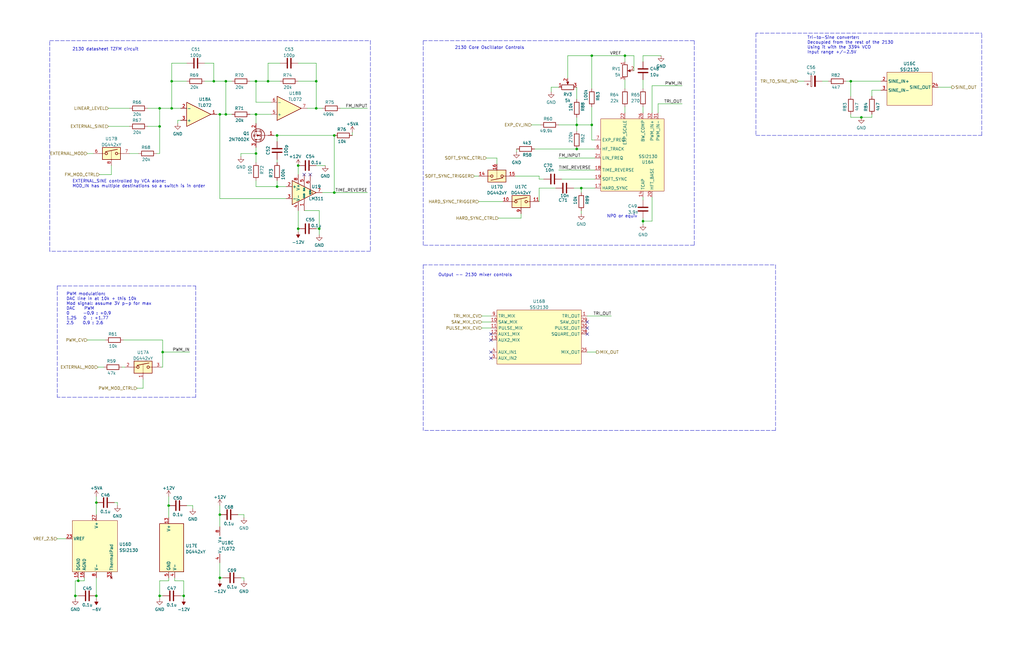
<source format=kicad_sch>
(kicad_sch (version 20211123) (generator eeschema)
  (paper "B")
  (title_block (title "Zoxnoxious SSI2130/AS3394") (rev "0.1") (company "Zoxnoxious Engineering"))
  (lib_symbols
    (symbol "Amplifier_Operational:TL072" (pin_names (offset 0.127))
      (property "Reference" "U" (at 0 5.08 0))
      (property "Value" "TL072" (at 0 -5.08 0))
      (symbol "TL072_1_1"
        (pin output line (at 7.62 0 180) (length 2.54) (name "~") (number "1"))
        (pin input line (at -7.62 -2.54 0) (length 2.54) (name "-") (number "2"))
        (pin input line (at -7.62 2.54 0) (length 2.54) (name "+") (number "3"))
      )
      (symbol "TL072_2_1"
        (pin input line (at -7.62 2.54 0) (length 2.54) (name "+") (number "5"))
        (pin input line (at -7.62 -2.54 0) (length 2.54) (name "-") (number "6"))
        (pin output line (at 7.62 0 180) (length 2.54) (name "~") (number "7"))
      )
      (symbol "TL072_3_1"
        (pin power_in line (at -2.54 -7.62 90) (length 3.81) (name "V-") (number "4"))
        (pin power_in line (at -2.54 7.62 270) (length 3.81) (name "V+") (number "8"))
      )
    )
    (symbol "Analog_Switch:DG442xY"
      (property "Reference" "U" (at -3.175 5.334 0))
      (property "Value" "DG442xY" (at -3.175 3.556 0))
      (symbol "DG442xY_1_1"
        (pin input line (at 0 -5.08 90) (length 2.54) (name "~") (number "1"))
        (pin passive line (at -7.62 0 0) (length 2.54) (name "~") (number "2"))
        (pin passive line (at 7.62 0 180) (length 2.54) (name "~") (number "3"))
      )
      (symbol "DG442xY_2_1"
        (pin passive line (at -7.62 0 0) (length 2.54) (name "~") (number "6"))
        (pin passive line (at 7.62 0 180) (length 2.54) (name "~") (number "7"))
        (pin input line (at 0 -5.08 90) (length 2.54) (name "~") (number "8"))
      )
      (symbol "DG442xY_3_1"
        (pin passive line (at -7.62 0 0) (length 2.54) (name "~") (number "10"))
        (pin passive line (at 7.62 0 180) (length 2.54) (name "~") (number "11"))
        (pin input line (at 0 -5.08 90) (length 2.54) (name "~") (number "9"))
      )
      (symbol "DG442xY_4_1"
        (pin passive line (at 7.62 0 180) (length 2.54) (name "~") (number "14"))
        (pin passive line (at -7.62 0 0) (length 2.54) (name "~") (number "15"))
        (pin input line (at 0 -5.08 90) (length 2.54) (name "~") (number "16"))
      )
      (symbol "DG442xY_5_0"
        (pin no_connect line (at 2.54 10.16 270) (length 2.54) hide (name "NC") (number "12"))
        (pin power_in line (at 0 12.7 270) (length 2.54) (name "V+") (number "13"))
        (pin power_in line (at 2.54 -12.7 90) (length 2.54) (name "V-") (number "4"))
        (pin power_in line (at 0 -12.7 90) (length 2.54) (name "GND") (number "5"))
      )
    )
    (symbol "Audio:SSI2130"
      (property "Reference" "U" (at 0 0 0))
      (property "Value" "SSI2130" (at 0 -2.54 0))
      (symbol "SSI2130_1_1"
        (pin input line (at 2.54 -19.05 90) (length 2.54) (name "TCAP") (number "14"))
        (pin input line (at -17.78 -15.24 0) (length 2.54) (name "HARD_SYNC") (number "17"))
        (pin input line (at -17.78 -7.62 0) (length 2.54) (name "TIME_REVERSE") (number "18"))
        (pin input line (at -17.78 -11.43 0) (length 2.54) (name "SOFT_SYNC") (number "19"))
        (pin input line (at 6.35 -19.05 90) (length 2.54) (name "HFT_BASE") (number "20"))
        (pin input line (at -17.78 -2.54 0) (length 2.54) (name "LIN_FREQ") (number "21"))
        (pin input line (at -5.08 16.51 270) (length 2.54) (name "EXP_SCALE") (number "22"))
        (pin output line (at 2.54 16.51 270) (length 2.54) (name "BW_COMP") (number "26"))
        (pin input line (at 8.89 16.51 270) (length 2.54) (name "PWM_IN-") (number "31"))
        (pin input line (at 6.35 16.51 270) (length 2.54) (name "PWM_IN+") (number "32"))
        (pin input line (at -17.78 1.27 0) (length 2.54) (name "HF_TRACK") (number "6"))
        (pin input line (at -17.78 5.08 0) (length 2.54) (name "EXP_FREQ") (number "7"))
      )
      (symbol "SSI2130_2_1"
        (pin output line (at 21.59 3.81 180) (length 2.54) (name "TRI_OUT") (number "1"))
        (pin input line (at -19.05 1.27 0) (length 2.54) (name "SAW_MIX") (number "10"))
        (pin input line (at -19.05 -1.27 0) (length 2.54) (name "PULSE_MIX") (number "11"))
        (pin input line (at -19.05 -3.81 0) (length 2.54) (name "AUX1_MIX") (number "12"))
        (pin input line (at -19.05 -6.35 0) (length 2.54) (name "AUX2_MIX") (number "13"))
        (pin output line (at 21.59 -11.43 180) (length 2.54) (name "MIX_OUT") (number "25"))
        (pin output line (at 21.59 -3.81 180) (length 2.54) (name "SQUARE_OUT") (number "28"))
        (pin output line (at 21.59 1.27 180) (length 2.54) (name "SAW_OUT") (number "29"))
        (pin output line (at 21.59 -1.27 180) (length 2.54) (name "PULSE_OUT") (number "30"))
        (pin input line (at -19.05 -11.43 0) (length 2.54) (name "AUX_IN1") (number "4"))
        (pin input line (at -19.05 -13.97 0) (length 2.54) (name "AUX_IN2") (number "5"))
        (pin input line (at -19.05 3.81 0) (length 2.54) (name "TRI_MIX") (number "9"))
      )
      (symbol "SSI2130_3_1"
        (pin input line (at -11.43 5.08 0) (length 2.54) (name "SINE_IN+") (number "2"))
        (pin output line (at 12.7 2.54 180) (length 2.54) (name "SINE_OUT") (number "24"))
        (pin input line (at -11.43 1.27 0) (length 2.54) (name "SINE_IN-") (number "3"))
      )
      (symbol "SSI2130_4_1"
        (pin power_in line (at -7.62 -16.51 90) (length 2.54) (name "DGND") (number "15"))
        (pin power_in line (at -5.08 -16.51 90) (length 2.54) (name "AGND") (number "16"))
        (pin input line (at -12.7 0 0) (length 2.54) (name "VREF") (number "23"))
        (pin power_in line (at 0 10.16 270) (length 2.54) (name "V+") (number "27"))
        (pin no_connect line (at 6.35 -16.51 90) (length 2.54) (name "ThermalPad") (number "33"))
        (pin power_in line (at 0 -16.51 90) (length 2.54) (name "V-") (number "8"))
      )
    )
    (symbol "Comparator:LM311" (pin_names (offset 0.127))
      (property "Reference" "U" (at 3.81 6.35 0))
      (property "Value" "LM311" (at 3.81 3.81 0))
      (symbol "LM311_1_1"
        (pin passive line (at 0 -7.62 90) (length 5.08) (name "GND") (number "1"))
        (pin input line (at -7.62 2.54 0) (length 2.54) (name "+") (number "2"))
        (pin input line (at -7.62 -2.54 0) (length 2.54) (name "-") (number "3"))
        (pin power_in line (at -2.54 -7.62 90) (length 3.81) (name "V-") (number "4"))
        (pin input line (at 0 7.62 270) (length 5.08) (name "BAL") (number "5"))
        (pin input line (at 2.54 7.62 270) (length 6.35) (name "STRB") (number "6"))
        (pin open_collector line (at 7.62 0 180) (length 2.54) (name "~") (number "7"))
        (pin power_in line (at -2.54 7.62 270) (length 3.81) (name "V+") (number "8"))
      )
    )
    (symbol "Device:C" (pin_numbers hide) (pin_names (offset 0.254))
      (property "Reference" "C" (at 0.635 2.54 0))
      (property "Value" "C" (at 0.635 -2.54 0))
      (symbol "C_1_1"
        (pin passive line (at 0 3.81 270) (length 2.794) (name "~") (number "1"))
        (pin passive line (at 0 -3.81 90) (length 2.794) (name "~") (number "2"))
      )
    )
    (symbol "Device:C_Polarized" (pin_numbers hide) (pin_names (offset 0.254))
      (property "Reference" "C" (at 0.635 2.54 0))
      (property "Value" "C_Polarized" (at 0.635 -2.54 0))
      (symbol "C_Polarized_1_1"
        (pin passive line (at 0 3.81 270) (length 2.794) (name "~") (number "1"))
        (pin passive line (at 0 -3.81 90) (length 2.794) (name "~") (number "2"))
      )
    )
    (symbol "Device:R" (pin_numbers hide) (pin_names (offset 0))
      (property "Reference" "R" (at 2.032 0 90))
      (property "Value" "R" (at 0 0 90))
      (symbol "R_1_1"
        (pin passive line (at 0 3.81 270) (length 1.27) (name "~") (number "1"))
        (pin passive line (at 0 -3.81 90) (length 1.27) (name "~") (number "2"))
      )
    )
    (symbol "Device:R_Potentiometer" (pin_names (offset 1.016) hide)
      (property "Reference" "RV" (at -4.445 0 90))
      (property "Value" "R_Potentiometer" (at -2.54 0 90))
      (symbol "R_Potentiometer_1_1"
        (pin passive line (at 0 3.81 270) (length 1.27) (name "1") (number "1"))
        (pin passive line (at 3.81 0 180) (length 1.27) (name "2") (number "2"))
        (pin passive line (at 0 -3.81 90) (length 1.27) (name "3") (number "3"))
      )
    )
    (symbol "SSI2130_1"
      (property "Reference" "U" (at 0 0 0))
      (property "Value" "SSI2130_1" (at 0 -2.54 0))
      (symbol "SSI2130_1_1_1"
        (pin input line (at 2.54 -19.05 90) (length 2.54) (name "TCAP") (number "14"))
        (pin input line (at -17.78 -15.24 0) (length 2.54) (name "HARD_SYNC") (number "17"))
        (pin input line (at -17.78 -7.62 0) (length 2.54) (name "TIME_REVERSE") (number "18"))
        (pin input line (at -17.78 -11.43 0) (length 2.54) (name "SOFT_SYNC") (number "19"))
        (pin input line (at 6.35 -19.05 90) (length 2.54) (name "HFT_BASE") (number "20"))
        (pin input line (at -17.78 -2.54 0) (length 2.54) (name "LIN_FREQ") (number "21"))
        (pin input line (at -5.08 16.51 270) (length 2.54) (name "EXP_SCALE") (number "22"))
        (pin output line (at 2.54 16.51 270) (length 2.54) (name "BW_COMP") (number "26"))
        (pin input line (at 8.89 16.51 270) (length 2.54) (name "PWM_IN-") (number "31"))
        (pin input line (at 6.35 16.51 270) (length 2.54) (name "PWM_IN+") (number "32"))
        (pin input line (at -17.78 1.27 0) (length 2.54) (name "HF_TRACK") (number "6"))
        (pin input line (at -17.78 5.08 0) (length 2.54) (name "EXP_FREQ") (number "7"))
      )
      (symbol "SSI2130_1_2_1"
        (pin output line (at 21.59 3.81 180) (length 2.54) (name "TRI_OUT") (number "1"))
        (pin input line (at -19.05 1.27 0) (length 2.54) (name "SAW_MIX") (number "10"))
        (pin input line (at -19.05 -1.27 0) (length 2.54) (name "PULSE_MIX") (number "11"))
        (pin input line (at -19.05 -3.81 0) (length 2.54) (name "AUX1_MIX") (number "12"))
        (pin input line (at -19.05 -6.35 0) (length 2.54) (name "AUX2_MIX") (number "13"))
        (pin output line (at 21.59 -11.43 180) (length 2.54) (name "MIX_OUT") (number "25"))
        (pin output line (at 21.59 -3.81 180) (length 2.54) (name "SQUARE_OUT") (number "28"))
        (pin output line (at 21.59 1.27 180) (length 2.54) (name "SAW_OUT") (number "29"))
        (pin output line (at 21.59 -1.27 180) (length 2.54) (name "PULSE_OUT") (number "30"))
        (pin input line (at -19.05 -11.43 0) (length 2.54) (name "AUX_IN1") (number "4"))
        (pin input line (at -19.05 -13.97 0) (length 2.54) (name "AUX_IN2") (number "5"))
        (pin input line (at -19.05 3.81 0) (length 2.54) (name "TRI_MIX") (number "9"))
      )
      (symbol "SSI2130_1_3_1"
        (pin input line (at -11.43 5.08 0) (length 2.54) (name "SINE_IN+") (number "2"))
        (pin output line (at 12.7 2.54 180) (length 2.54) (name "SINE_OUT") (number "24"))
        (pin input line (at -11.43 1.27 0) (length 2.54) (name "SINE_IN-") (number "3"))
      )
      (symbol "SSI2130_1_4_1"
        (pin power_in line (at -7.62 -16.51 90) (length 2.54) (name "DGND") (number "15"))
        (pin power_in line (at -5.08 -16.51 90) (length 2.54) (name "AGND") (number "16"))
        (pin input line (at -12.7 0 0) (length 2.54) (name "VREF") (number "23"))
        (pin power_in line (at 0 10.16 270) (length 2.54) (name "V+") (number "27"))
        (pin no_connect line (at 6.35 -16.51 90) (length 2.54) (name "ThermalPad") (number "33"))
        (pin power_in line (at 0 -16.51 90) (length 2.54) (name "V-") (number "8"))
      )
    )
    (symbol "SSI2130_3"
      (property "Reference" "U" (at 0 0 0))
      (property "Value" "SSI2130_3" (at 0 -2.54 0))
      (symbol "SSI2130_3_1_1"
        (pin input line (at 2.54 -19.05 90) (length 2.54) (name "TCAP") (number "14"))
        (pin input line (at -17.78 -15.24 0) (length 2.54) (name "HARD_SYNC") (number "17"))
        (pin input line (at -17.78 -7.62 0) (length 2.54) (name "TIME_REVERSE") (number "18"))
        (pin input line (at -17.78 -11.43 0) (length 2.54) (name "SOFT_SYNC") (number "19"))
        (pin input line (at 6.35 -19.05 90) (length 2.54) (name "HFT_BASE") (number "20"))
        (pin input line (at -17.78 -2.54 0) (length 2.54) (name "LIN_FREQ") (number "21"))
        (pin input line (at -5.08 16.51 270) (length 2.54) (name "EXP_SCALE") (number "22"))
        (pin output line (at 2.54 16.51 270) (length 2.54) (name "BW_COMP") (number "26"))
        (pin input line (at 8.89 16.51 270) (length 2.54) (name "PWM_IN-") (number "31"))
        (pin input line (at 6.35 16.51 270) (length 2.54) (name "PWM_IN+") (number "32"))
        (pin input line (at -17.78 1.27 0) (length 2.54) (name "HF_TRACK") (number "6"))
        (pin input line (at -17.78 5.08 0) (length 2.54) (name "EXP_FREQ") (number "7"))
      )
      (symbol "SSI2130_3_2_1"
        (pin output line (at 21.59 3.81 180) (length 2.54) (name "TRI_OUT") (number "1"))
        (pin input line (at -19.05 1.27 0) (length 2.54) (name "SAW_MIX") (number "10"))
        (pin input line (at -19.05 -1.27 0) (length 2.54) (name "PULSE_MIX") (number "11"))
        (pin input line (at -19.05 -3.81 0) (length 2.54) (name "AUX1_MIX") (number "12"))
        (pin input line (at -19.05 -6.35 0) (length 2.54) (name "AUX2_MIX") (number "13"))
        (pin output line (at 21.59 -11.43 180) (length 2.54) (name "MIX_OUT") (number "25"))
        (pin output line (at 21.59 -3.81 180) (length 2.54) (name "SQUARE_OUT") (number "28"))
        (pin output line (at 21.59 1.27 180) (length 2.54) (name "SAW_OUT") (number "29"))
        (pin output line (at 21.59 -1.27 180) (length 2.54) (name "PULSE_OUT") (number "30"))
        (pin input line (at -19.05 -11.43 0) (length 2.54) (name "AUX_IN1") (number "4"))
        (pin input line (at -19.05 -13.97 0) (length 2.54) (name "AUX_IN2") (number "5"))
        (pin input line (at -19.05 3.81 0) (length 2.54) (name "TRI_MIX") (number "9"))
      )
      (symbol "SSI2130_3_3_1"
        (pin input line (at -11.43 5.08 0) (length 2.54) (name "SINE_IN+") (number "2"))
        (pin output line (at 12.7 2.54 180) (length 2.54) (name "SINE_OUT") (number "24"))
        (pin input line (at -11.43 1.27 0) (length 2.54) (name "SINE_IN-") (number "3"))
      )
      (symbol "SSI2130_3_4_1"
        (pin power_in line (at -7.62 -16.51 90) (length 2.54) (name "DGND") (number "15"))
        (pin power_in line (at -5.08 -16.51 90) (length 2.54) (name "AGND") (number "16"))
        (pin input line (at -12.7 0 0) (length 2.54) (name "VREF") (number "23"))
        (pin power_in line (at 0 10.16 270) (length 2.54) (name "V+") (number "27"))
        (pin no_connect line (at 6.35 -16.51 90) (length 2.54) (name "ThermalPad") (number "33"))
        (pin power_in line (at 0 -16.51 90) (length 2.54) (name "V-") (number "8"))
      )
    )
    (symbol "Transistor_FET:2N7002K" (pin_names hide)
      (property "Reference" "Q" (at 5.08 1.905 0))
      (property "Value" "2N7002K" (at 5.08 0 0))
      (symbol "2N7002K_1_1"
        (pin input line (at -5.08 0 0) (length 2.54) (name "G") (number "1"))
        (pin passive line (at 2.54 -5.08 90) (length 2.54) (name "S") (number "2"))
        (pin passive line (at 2.54 5.08 270) (length 2.54) (name "D") (number "3"))
      )
    )
    (symbol "power:+12V" (power) (pin_names (offset 0))
      (property "Value" "+12V" (at 0 3.556 0))
      (symbol "+12V_1_1"
        (pin power_in line (at 0 0 90) (length 0) hide (name "+12V") (number "1"))
      )
    )
    (symbol "power:+5VA" (power) (pin_names (offset 0))
      (property "Value" "+5VA" (at 0 3.556 0))
      (symbol "+5VA_1_1"
        (pin power_in line (at 0 0 90) (length 0) hide (name "+5VA") (number "1"))
      )
    )
    (symbol "power:-12V" (power) (pin_names (offset 0))
      (property "Value" "-12V" (at 0 3.81 0))
      (symbol "-12V_0_0"
        (pin power_in line (at 0 0 90) (length 0) hide (name "-12V") (number "1"))
      )
    )
    (symbol "power:-6.5V" (power) (pin_names (offset 0))
      (property "Value" "-6.5V" (at 0 3.81 0))
      (symbol "-6.5V_0_0"
        (pin power_in line (at 0 0 90) (length 0) hide (name "-6V") (number "1"))
      )
    )
    (symbol "power:GND" (power) (pin_names (offset 0))
      (property "Value" "GND" (at 0 -3.81 0))
      (symbol "GND_1_1"
        (pin power_in line (at 0 0 270) (length 0) hide (name "GND") (number "1"))
      )
    )
  )
  (junction (at 140.97 57.15))
  (junction (at 358.775 34.29))
  (junction (at 72.39 34.29))
  (junction (at 116.84 78.74))
  (junction (at 77.47 251.46))
  (junction (at 31.75 251.46))
  (junction (at 125.73 96.52))
  (junction (at 33.02 245.11))
  (junction (at 363.22 49.53))
  (junction (at 67.31 251.46))
  (junction (at 92.71 217.17))
  (junction (at 249.555 52.705))
  (junction (at 72.39 45.72))
  (junction (at 71.12 213.36))
  (junction (at 249.555 23.495))
  (junction (at 67.31 45.72))
  (junction (at 243.205 52.705))
  (junction (at 263.525 23.495))
  (junction (at 245.11 79.375))
  (junction (at 107.95 64.77))
  (junction (at 95.25 34.29))
  (junction (at 140.97 81.28))
  (junction (at 243.205 62.865))
  (junction (at 134.62 96.52))
  (junction (at 107.95 34.29))
  (junction (at 133.35 34.29))
  (junction (at 92.71 48.26))
  (junction (at 67.31 53.34))
  (junction (at 116.84 57.15))
  (junction (at 40.64 212.09))
  (junction (at 107.95 48.26))
  (junction (at 133.35 45.72))
  (junction (at 125.73 69.85))
  (junction (at 40.64 251.46))
  (junction (at 271.145 93.345))
  (junction (at 90.17 34.29))
  (junction (at 68.58 148.59))
  (junction (at 113.03 34.29))
  (junction (at 95.25 48.26))
  (junction (at 92.71 243.84))
  (no_connect (at 207.01 151.13))
  (no_connect (at 247.65 135.89))
  (no_connect (at 247.65 138.43))
  (no_connect (at 247.65 140.97))
  (no_connect (at 207.01 140.97))
  (no_connect (at 207.01 143.51))
  (no_connect (at 207.01 148.59))
  (no_connect (at 130.81 73.66))
  (no_connect (at 128.27 73.66))
  (wire (pts (xy 40.64 209.55) (xy 40.64 212.09)))
  (wire (pts (xy 135.89 81.28) (xy 140.97 81.28)))
  (polyline (pts (xy 210.185 103.505) (xy 178.435 103.505)))
  (polyline (pts (xy 292.735 17.145) (xy 292.735 103.505)))
  (wire (pts (xy 33.02 243.84) (xy 33.02 245.11)))
  (wire (pts (xy 118.11 26.67) (xy 113.03 26.67)))
  (polyline (pts (xy 20.955 106.045) (xy 20.955 17.145)))
  (wire (pts (xy 267.335 29.845) (xy 267.335 23.495)))
  (wire (pts (xy 107.95 64.77) (xy 107.95 68.58)))
  (wire (pts (xy 45.72 45.72) (xy 54.61 45.72)))
  (wire (pts (xy 125.73 69.85) (xy 125.73 73.66)))
  (wire (pts (xy 236.855 75.565) (xy 250.825 75.565)))
  (wire (pts (xy 274.955 83.185) (xy 274.955 93.345)))
  (wire (pts (xy 73.66 243.84) (xy 73.66 245.11)))
  (wire (pts (xy 97.79 34.29) (xy 95.25 34.29)))
  (wire (pts (xy 271.145 23.495) (xy 278.765 23.495)))
  (wire (pts (xy 263.525 23.495) (xy 263.525 26.035)))
  (wire (pts (xy 100.33 217.17) (xy 102.87 217.17)))
  (wire (pts (xy 267.335 23.495) (xy 263.525 23.495)))
  (wire (pts (xy 271.145 93.345) (xy 271.145 94.615)))
  (wire (pts (xy 107.95 48.26) (xy 114.3 48.26)))
  (wire (pts (xy 71.12 209.55) (xy 71.12 213.36)))
  (wire (pts (xy 92.71 83.82) (xy 120.65 83.82)))
  (wire (pts (xy 358.775 48.26) (xy 358.775 49.53)))
  (wire (pts (xy 125.73 34.29) (xy 133.35 34.29)))
  (wire (pts (xy 71.12 213.36) (xy 71.12 218.44)))
  (wire (pts (xy 210.185 92.075) (xy 219.71 92.075)))
  (wire (pts (xy 227.33 75.565) (xy 229.235 75.565)))
  (wire (pts (xy 235.585 52.705) (xy 243.205 52.705)))
  (wire (pts (xy 274.955 93.345) (xy 271.145 93.345)))
  (wire (pts (xy 209.55 69.215) (xy 209.55 66.675)))
  (polyline (pts (xy 82.55 167.64) (xy 24.13 167.64)))
  (wire (pts (xy 243.205 52.705) (xy 243.205 55.245)))
  (polyline (pts (xy 318.77 57.15) (xy 414.02 57.15)))
  (wire (pts (xy 81.28 213.36) (xy 81.28 214.63)))
  (wire (pts (xy 395.605 36.83) (xy 401.32 36.83)))
  (wire (pts (xy 35.56 243.84) (xy 35.56 245.11)))
  (wire (pts (xy 68.58 154.94) (xy 68.58 148.59)))
  (wire (pts (xy 31.75 251.46) (xy 33.02 251.46)))
  (wire (pts (xy 134.62 96.52) (xy 134.62 99.06)))
  (wire (pts (xy 33.02 245.11) (xy 31.75 245.11)))
  (wire (pts (xy 67.31 251.46) (xy 68.58 251.46)))
  (polyline (pts (xy 20.955 17.145) (xy 34.925 17.145)))
  (wire (pts (xy 263.525 45.085) (xy 263.525 47.625)))
  (wire (pts (xy 358.775 49.53) (xy 363.22 49.53)))
  (wire (pts (xy 128.27 88.9) (xy 134.62 88.9)))
  (wire (pts (xy 287.655 43.815) (xy 277.495 43.815)))
  (wire (pts (xy 143.51 45.72) (xy 154.94 45.72)))
  (wire (pts (xy 245.11 79.375) (xy 250.825 79.375)))
  (wire (pts (xy 67.31 45.72) (xy 72.39 45.72)))
  (polyline (pts (xy 82.55 120.65) (xy 82.55 167.64)))
  (wire (pts (xy 102.87 243.84) (xy 101.6 243.84)))
  (polyline (pts (xy 24.13 120.65) (xy 82.55 120.65)))
  (wire (pts (xy 92.71 243.84) (xy 92.71 245.11)))
  (wire (pts (xy 247.65 148.59) (xy 251.46 148.59)))
  (wire (pts (xy 134.62 88.9) (xy 134.62 96.52)))
  (wire (pts (xy 71.12 243.84) (xy 71.12 245.11)))
  (wire (pts (xy 249.555 45.085) (xy 249.555 52.705)))
  (wire (pts (xy 125.73 88.9) (xy 125.73 96.52)))
  (wire (pts (xy 40.64 251.46) (xy 40.64 252.73)))
  (wire (pts (xy 249.555 59.055) (xy 249.555 52.705)))
  (wire (pts (xy 40.64 212.09) (xy 40.64 217.17)))
  (wire (pts (xy 367.665 38.1) (xy 371.475 38.1)))
  (wire (pts (xy 358.775 34.29) (xy 358.775 40.64)))
  (wire (pts (xy 232.41 38.735) (xy 232.41 36.83)))
  (wire (pts (xy 107.95 48.26) (xy 107.95 52.07)))
  (wire (pts (xy 224.155 52.705) (xy 227.965 52.705)))
  (wire (pts (xy 52.07 143.51) (xy 68.58 143.51)))
  (wire (pts (xy 346.71 34.29) (xy 349.25 34.29)))
  (polyline (pts (xy 178.435 17.145) (xy 210.185 17.145)))
  (wire (pts (xy 92.71 237.49) (xy 92.71 243.84)))
  (polyline (pts (xy 374.65 13.97) (xy 318.77 13.97)))
  (wire (pts (xy 105.41 48.26) (xy 107.95 48.26)))
  (wire (pts (xy 271.145 92.075) (xy 271.145 93.345)))
  (wire (pts (xy 101.6 64.77) (xy 107.95 64.77)))
  (wire (pts (xy 203.2 133.35) (xy 207.01 133.35)))
  (wire (pts (xy 67.945 154.94) (xy 68.58 154.94)))
  (wire (pts (xy 125.73 96.52) (xy 125.73 97.79)))
  (wire (pts (xy 62.23 45.72) (xy 67.31 45.72)))
  (wire (pts (xy 133.35 69.85) (xy 137.16 69.85)))
  (polyline (pts (xy 414.02 57.15) (xy 414.02 13.97)))
  (wire (pts (xy 116.84 76.2) (xy 116.84 78.74)))
  (polyline (pts (xy 374.65 13.97) (xy 414.02 13.97)))
  (wire (pts (xy 243.205 36.83) (xy 243.205 41.91)))
  (wire (pts (xy 243.205 62.865) (xy 250.825 62.865)))
  (wire (pts (xy 95.25 48.26) (xy 97.79 48.26)))
  (wire (pts (xy 241.935 79.375) (xy 245.11 79.375)))
  (wire (pts (xy 46.99 73.66) (xy 41.91 73.66)))
  (wire (pts (xy 263.525 33.655) (xy 263.525 37.465)))
  (polyline (pts (xy 34.925 17.145) (xy 156.21 17.145)))
  (wire (pts (xy 90.17 34.29) (xy 95.25 34.29)))
  (wire (pts (xy 140.97 81.28) (xy 140.97 57.15)))
  (wire (pts (xy 250.825 59.055) (xy 249.555 59.055)))
  (wire (pts (xy 54.61 64.77) (xy 58.42 64.77)))
  (wire (pts (xy 200.025 74.295) (xy 201.93 74.295)))
  (wire (pts (xy 271.145 33.655) (xy 271.145 37.465)))
  (wire (pts (xy 51.435 154.94) (xy 52.705 154.94)))
  (wire (pts (xy 41.275 154.94) (xy 43.815 154.94)))
  (wire (pts (xy 356.87 34.29) (xy 358.775 34.29)))
  (wire (pts (xy 49.53 212.09) (xy 49.53 213.36)))
  (wire (pts (xy 93.98 243.84) (xy 92.71 243.84)))
  (wire (pts (xy 67.31 251.46) (xy 67.31 252.73)))
  (wire (pts (xy 148.59 57.15) (xy 148.59 55.88)))
  (wire (pts (xy 36.83 143.51) (xy 44.45 143.51)))
  (wire (pts (xy 140.97 81.28) (xy 154.94 81.28)))
  (wire (pts (xy 116.84 67.31) (xy 116.84 68.58)))
  (wire (pts (xy 219.71 92.075) (xy 219.71 90.17)))
  (wire (pts (xy 40.64 243.84) (xy 40.64 251.46)))
  (wire (pts (xy 133.35 34.29) (xy 133.35 45.72)))
  (wire (pts (xy 92.71 213.36) (xy 92.71 217.17)))
  (wire (pts (xy 24.13 227.33) (xy 27.94 227.33)))
  (wire (pts (xy 48.26 212.09) (xy 49.53 212.09)))
  (wire (pts (xy 107.95 34.29) (xy 113.03 34.29)))
  (wire (pts (xy 336.55 34.29) (xy 339.09 34.29)))
  (wire (pts (xy 227.33 74.295) (xy 227.33 75.565)))
  (wire (pts (xy 274.955 36.195) (xy 287.655 36.195)))
  (wire (pts (xy 367.665 40.64) (xy 367.665 38.1)))
  (polyline (pts (xy 34.925 106.045) (xy 20.955 106.045)))
  (wire (pts (xy 36.83 64.77) (xy 39.37 64.77)))
  (wire (pts (xy 86.36 26.67) (xy 90.17 26.67)))
  (wire (pts (xy 76.2 50.8) (xy 74.93 50.8)))
  (wire (pts (xy 133.35 26.67) (xy 133.35 34.29)))
  (wire (pts (xy 235.585 66.675) (xy 250.825 66.675)))
  (wire (pts (xy 249.555 37.465) (xy 249.555 23.495)))
  (wire (pts (xy 102.87 243.84) (xy 102.87 245.11)))
  (polyline (pts (xy 156.21 17.145) (xy 156.21 106.045)))
  (wire (pts (xy 72.39 26.67) (xy 72.39 34.29)))
  (wire (pts (xy 239.395 23.495) (xy 249.555 23.495)))
  (polyline (pts (xy 327.025 181.61) (xy 178.435 181.61)))
  (wire (pts (xy 68.58 143.51) (xy 68.58 148.59)))
  (wire (pts (xy 201.93 85.09) (xy 212.09 85.09)))
  (wire (pts (xy 271.145 83.185) (xy 271.145 84.455)))
  (wire (pts (xy 209.55 66.675) (xy 205.105 66.675)))
  (wire (pts (xy 203.2 135.89) (xy 207.01 135.89)))
  (wire (pts (xy 274.955 47.625) (xy 274.955 36.195)))
  (wire (pts (xy 60.325 163.83) (xy 57.785 163.83)))
  (wire (pts (xy 271.145 45.085) (xy 271.145 47.625)))
  (wire (pts (xy 31.75 245.11) (xy 31.75 251.46)))
  (wire (pts (xy 107.95 76.2) (xy 107.95 78.74)))
  (wire (pts (xy 116.84 57.15) (xy 116.84 59.69)))
  (wire (pts (xy 239.395 33.02) (xy 239.395 23.495)))
  (wire (pts (xy 243.205 52.705) (xy 249.555 52.705)))
  (wire (pts (xy 125.73 26.67) (xy 133.35 26.67)))
  (wire (pts (xy 67.31 53.34) (xy 67.31 64.77)))
  (wire (pts (xy 232.41 36.83) (xy 235.585 36.83)))
  (wire (pts (xy 105.41 34.29) (xy 107.95 34.29)))
  (wire (pts (xy 245.11 88.9) (xy 245.11 90.17)))
  (wire (pts (xy 217.805 64.135) (xy 217.805 62.865)))
  (wire (pts (xy 113.03 26.67) (xy 113.03 34.29)))
  (wire (pts (xy 78.74 213.36) (xy 81.28 213.36)))
  (polyline (pts (xy 217.805 17.145) (xy 292.735 17.145)))
  (wire (pts (xy 358.775 34.29) (xy 371.475 34.29)))
  (wire (pts (xy 72.39 45.72) (xy 76.2 45.72)))
  (polyline (pts (xy 210.185 17.145) (xy 217.805 17.145)))
  (wire (pts (xy 107.95 78.74) (xy 116.84 78.74)))
  (wire (pts (xy 67.31 45.72) (xy 67.31 53.34)))
  (wire (pts (xy 66.04 64.77) (xy 67.31 64.77)))
  (polyline (pts (xy 178.435 111.76) (xy 178.435 181.61)))
  (wire (pts (xy 133.35 45.72) (xy 135.89 45.72)))
  (wire (pts (xy 74.93 50.8) (xy 74.93 52.07)))
  (wire (pts (xy 133.35 45.72) (xy 129.54 45.72)))
  (wire (pts (xy 227.33 79.375) (xy 234.315 79.375)))
  (wire (pts (xy 107.95 43.18) (xy 107.95 34.29)))
  (wire (pts (xy 78.74 26.67) (xy 72.39 26.67)))
  (wire (pts (xy 113.03 34.29) (xy 118.11 34.29)))
  (wire (pts (xy 277.495 43.815) (xy 277.495 47.625)))
  (wire (pts (xy 31.75 251.46) (xy 31.75 252.73)))
  (polyline (pts (xy 178.435 103.505) (xy 178.435 17.145)))
  (polyline (pts (xy 178.435 111.76) (xy 327.025 111.76)))
  (polyline (pts (xy 318.77 13.97) (xy 318.77 57.15)))
  (wire (pts (xy 101.6 66.04) (xy 101.6 64.77)))
  (wire (pts (xy 245.11 81.28) (xy 245.11 79.375)))
  (wire (pts (xy 102.87 217.17) (xy 102.87 218.44)))
  (wire (pts (xy 133.35 96.52) (xy 134.62 96.52)))
  (wire (pts (xy 76.2 251.46) (xy 77.47 251.46)))
  (polyline (pts (xy 327.025 111.76) (xy 327.025 181.61)))
  (wire (pts (xy 73.66 245.11) (xy 77.47 245.11)))
  (wire (pts (xy 35.56 245.11) (xy 33.02 245.11)))
  (wire (pts (xy 71.12 245.11) (xy 67.31 245.11)))
  (wire (pts (xy 249.555 23.495) (xy 263.525 23.495)))
  (polyline (pts (xy 292.735 103.505) (xy 210.185 103.505)))
  (wire (pts (xy 77.47 245.11) (xy 77.47 251.46)))
  (wire (pts (xy 67.31 245.11) (xy 67.31 251.46)))
  (wire (pts (xy 225.425 62.865) (xy 243.205 62.865)))
  (wire (pts (xy 367.665 48.26) (xy 367.665 49.53)))
  (wire (pts (xy 271.145 26.035) (xy 271.145 23.495)))
  (wire (pts (xy 115.57 57.15) (xy 116.84 57.15)))
  (wire (pts (xy 90.17 26.67) (xy 90.17 34.29)))
  (wire (pts (xy 72.39 34.29) (xy 72.39 45.72)))
  (wire (pts (xy 77.47 251.46) (xy 77.47 252.73)))
  (wire (pts (xy 243.205 49.53) (xy 243.205 52.705)))
  (wire (pts (xy 62.23 53.34) (xy 67.31 53.34)))
  (wire (pts (xy 235.585 71.755) (xy 250.825 71.755)))
  (wire (pts (xy 114.3 43.18) (xy 107.95 43.18)))
  (wire (pts (xy 91.44 48.26) (xy 92.71 48.26)))
  (wire (pts (xy 46.99 69.85) (xy 46.99 73.66)))
  (polyline (pts (xy 24.13 120.65) (xy 24.13 167.64)))
  (wire (pts (xy 60.325 160.02) (xy 60.325 163.83)))
  (wire (pts (xy 92.71 48.26) (xy 95.25 48.26)))
  (wire (pts (xy 86.36 34.29) (xy 90.17 34.29)))
  (wire (pts (xy 120.65 78.74) (xy 116.84 78.74)))
  (wire (pts (xy 92.71 48.26) (xy 92.71 83.82)))
  (wire (pts (xy 247.65 133.35) (xy 257.81 133.35)))
  (wire (pts (xy 68.58 148.59) (xy 80.01 148.59)))
  (wire (pts (xy 78.74 34.29) (xy 72.39 34.29)))
  (wire (pts (xy 95.25 34.29) (xy 95.25 48.26)))
  (wire (pts (xy 203.2 138.43) (xy 207.01 138.43)))
  (polyline (pts (xy 156.21 106.045) (xy 34.925 106.045)))
  (wire (pts (xy 217.17 74.295) (xy 227.33 74.295)))
  (wire (pts (xy 363.22 49.53) (xy 367.665 49.53)))
  (wire (pts (xy 140.97 57.15) (xy 116.84 57.15)))
  (wire (pts (xy 92.71 217.17) (xy 92.71 222.25)))
  (wire (pts (xy 107.95 62.23) (xy 107.95 64.77)))
  (wire (pts (xy 45.72 53.34) (xy 54.61 53.34)))
  (wire (pts (xy 227.33 79.375) (xy 227.33 85.09)))
  (text "EXTERNAL_SINE controlled by VCA alone;\nMOD_IN has multiple destinations so a switch is in order" (at 30.48 79.375 0) (effects (font (size 1.27 1.27)) (justify left bottom)))
  (text "PWM modulation:\nDAC line in at 10k + this 10k\nMod signal: assume 3V p-p for max\nDAC    PWM\n0      -0.9 : +0.9\n1.25   0  : +1.77\n2.5    0.9 : 2.6\n" (at 27.94 137.16 0) (effects (font (size 1.27 1.27)) (justify left bottom)))
  (text "2130 Core Oscillator Controls" (at 191.77 20.955 0) (effects (font (size 1.27 1.27)) (justify left bottom)))
  (text "2130 datasheet TZFM circuit" (at 30.48 21.59 0) (effects (font (size 1.27 1.27)) (justify left bottom)))
  (text "NP0 or equiv" (at 255.905 92.075 0) (effects (font (size 1.27 1.27)) (justify left bottom)))
  (text "Output -- 2130 mixer controls" (at 184.785 116.84 0) (effects (font (size 1.27 1.27)) (justify left bottom)))
  (text "Tri-to-Sine converter:\nDecoupled from the rest of the 2130\nUsing it with the 3394 VCO\nInput range +/-2.5V" (at 340.36 22.86 0) (effects (font (size 1.27 1.27)) (justify left bottom)))
  (label "PWM_IN" (at 80.01 148.59 180))
  (label "TRI_OUT" (at 287.655 43.815 180))
  (label "FM_INPUT" (at 235.585 66.675 0))
  (label "PWM_IN" (at 287.655 36.195 180))
  (label "TRI_OUT" (at 257.81 133.35 180))
  (label "VREF" (at 257.175 23.495 0))
  (label "TIME_REVERSE" (at 154.94 81.28 180))
  (label "FM_INPUT" (at 154.94 45.72 180))
  (label "TIME_REVERSE" (at 235.585 71.755 0))
  (hierarchical_label "FM_MOD_CTRL" (shape input) (at 41.91 73.66 180))
  (hierarchical_label "PWM_MOD_CTRL" (shape input) (at 57.785 163.83 180))
  (hierarchical_label "SOFT_SYNC_CTRL" (shape input) (at 205.105 66.675 180))
  (hierarchical_label "HARD_SYNC_TRIGGER" (shape input) (at 201.93 85.09 180))
  (hierarchical_label "SAW_MIX_CV" (shape input) (at 203.2 135.89 180))
  (hierarchical_label "HARD_SYNC_CTRL" (shape input) (at 210.185 92.075 180))
  (hierarchical_label "EXP_CV_IN" (shape input) (at 224.155 52.705 180))
  (hierarchical_label "VREF_2.5" (shape input) (at 24.13 227.33 180))
  (hierarchical_label "LINEAR_LEVEL" (shape input) (at 45.72 45.72 180))
  (hierarchical_label "EXTERNAL_MOD" (shape input) (at 36.83 64.77 180))
  (hierarchical_label "TRI_TO_SINE_IN" (shape input) (at 336.55 34.29 180))
  (hierarchical_label "EXTERNAL_MOD" (shape input) (at 41.275 154.94 180))
  (hierarchical_label "MIX_OUT" (shape output) (at 251.46 148.59 0))
  (hierarchical_label "SOFT_SYNC_TRIGGER" (shape input) (at 200.025 74.295 180))
  (hierarchical_label "SINE_OUT" (shape output) (at 401.32 36.83 0))
  (hierarchical_label "EXTERNAL_SINE" (shape input) (at 45.72 53.34 180))
  (hierarchical_label "PWM_CV" (shape input) (at 36.83 143.51 180))
  (hierarchical_label "TRI_MIX_CV" (shape input) (at 203.2 133.35 180))
  (hierarchical_label "PULSE_MIX_CV" (shape input) (at 203.2 138.43 180))
  (symbol (lib_id "Device:C") (at 238.125 79.375 90) (unit 1)
    (property "Reference" "C71" (at 239.395 84.455 90) (effects (justify left)))
    (property "Value" "10n" (at 240.03 82.55 90) (effects (justify left)))
    (property "Footprint" "Capacitor_SMD:C_0603_1608Metric" (effects hide))
  )
  (symbol (lib_id "Device:R") (at 58.42 45.72 90) (unit 1)
    (property "Reference" "R66" (at 59.69 43.18 90) (effects (justify left)))
    (property "Value" "20k" (at 59.69 48.26 90) (effects (justify left)))
    (property "Footprint" "Resistor_SMD:R_0603_1608Metric" (effects hide))
  )
  (symbol (lib_id "power:GND") (at 102.87 218.44 0) (unit 1)
    (property "Reference" "#PWR0111" (effects hide))
    (property "Value" "GND" (at 102.87 222.8834 0))
  )
  (symbol (lib_id "power:+12V") (at 71.12 209.55 0) (unit 1)
    (property "Reference" "#PWR079" (effects hide))
    (property "Value" "+12V" (at 71.12 205.9742 0))
  )
  (symbol (lib_id "Comparator:LM311") (at 128.27 81.28 0) (unit 1)
    (property "Reference" "U19" (at 133.35 78.74 0))
    (property "Value" "LM311" (at 133.35 83.82 0))
    (property "Footprint" "Package_SO:TSSOP-8_4.4x3mm_P0.65mm" (effects hide))
    (property "Datasheet" "https://www.st.com/resource/en/datasheet/lm311.pdf" (effects hide))
    (property "LCSC Part" "C2876875" (effects hide))
  )
  (symbol (lib_id "power:-12V") (at 77.47 252.73 180) (unit 1)
    (property "Reference" "#PWR081" (effects hide))
    (property "Value" "-12V" (at 77.47 257.1734 0))
  )
  (symbol (lib_id "power:GND") (at 245.11 90.17 0) (unit 1)
    (property "Reference" "#PWR0115" (effects hide))
    (property "Value" "GND" (at 245.11 94.6134 0))
  )
  (symbol (lib_id "Device:C") (at 74.93 213.36 90) (unit 1)
    (property "Reference" "C50" (at 74.93 210.185 90))
    (property "Value" "0.1u" (at 74.93 217.17 90))
    (property "Footprint" "Capacitor_SMD:C_0603_1608Metric" (effects hide))
    (property "LCSC Part" "C14663" (effects hide))
  )
  (symbol (lib_id "Device:R") (at 101.6 34.29 90) (unit 1)
    (property "Reference" "R70" (at 102.87 31.75 90) (effects (justify left)))
    (property "Value" "20k" (at 102.87 36.83 90) (effects (justify left)))
    (property "Footprint" "Resistor_SMD:R_0603_1608Metric" (effects hide))
  )
  (symbol (lib_id "Device:R") (at 243.205 59.055 0) (unit 1)
    (property "Reference" "R62" (at 245.745 60.325 90) (effects (justify left)))
    (property "Value" "270k" (at 240.665 60.325 90) (effects (justify left)))
    (property "Footprint" "Resistor_SMD:R_0603_1608Metric" (effects hide))
    (property "LCSC Part" "C22965" (effects hide))
  )
  (symbol (lib_id "power:GND") (at 363.22 49.53 0) (unit 1)
    (property "Reference" "#PWR095" (effects hide))
    (property "Value" "GND" (at 363.22 53.9734 0))
  )
  (symbol (lib_name "SSI2130_3") (lib_id "Audio:SSI2130") (at 226.06 137.16 0) (unit 2)
    (property "Reference" "U16" (at 227.33 127.161 0))
    (property "Value" "SSI2130" (at 227.33 129.6979 0))
    (property "Footprint" "Package_DFN_QFN:QFN-32-1EP_4x4mm_P0.4mm_EP2.65x2.65mm" (effects hide))
    (property "Datasheet" "https://www.soundsemiconductor.com/downloads/ssi2130datasheet.pdf" (effects hide))
  )
  (symbol (lib_id "power:GND") (at 74.93 52.07 0) (unit 1)
    (property "Reference" "#PWR0108" (effects hide))
    (property "Value" "GND" (at 74.93 56.5134 0))
  )
  (symbol (lib_id "power:+5VA") (at 40.64 209.55 0) (unit 1)
    (property "Reference" "#PWR074" (effects hide))
    (property "Value" "+5VA" (at 40.64 205.9742 0))
  )
  (symbol (lib_id "power:GND") (at 102.87 245.11 0) (mirror y) (unit 1)
    (property "Reference" "#PWR0113" (effects hide))
    (property "Value" "GND" (at 102.87 249.5534 0))
  )
  (symbol (lib_id "Amplifier_Operational:TL072") (at 90.17 229.87 0) (mirror y) (unit 3)
    (property "Reference" "U18" (at 93.345 229.0353 0) (effects (justify right)))
    (property "Value" "TL072" (at 93.345 231.5722 0) (effects (justify right)))
    (property "Footprint" "Package_SO:SO-8_3.9x4.9mm_P1.27mm" (effects hide))
    (property "Datasheet" "http://www.ti.com/lit/ds/symlink/tl071.pdf" (effects hide))
    (property "LCSC Part" "C6961" (effects hide))
  )
  (symbol (lib_id "Device:R") (at 101.6 48.26 90) (unit 1)
    (property "Reference" "R71" (at 102.87 45.72 90) (effects (justify left)))
    (property "Value" "20k" (at 102.87 50.8 90) (effects (justify left)))
    (property "Footprint" "Resistor_SMD:R_0603_1608Metric" (effects hide))
  )
  (symbol (lib_id "Device:R") (at 107.95 72.39 0) (unit 1)
    (property "Reference" "R72" (at 110.49 73.66 90) (effects (justify left)))
    (property "Value" "100" (at 105.41 73.66 90) (effects (justify left)))
    (property "Footprint" "Resistor_SMD:R_0603_1608Metric" (effects hide))
  )
  (symbol (lib_id "power:GND") (at 101.6 66.04 0) (unit 1)
    (property "Reference" "#PWR085" (effects hide))
    (property "Value" "GND" (at 101.6 70.4834 0))
  )
  (symbol (lib_id "power:GND") (at 134.62 99.06 0) (unit 1)
    (property "Reference" "#PWR088" (effects hide))
    (property "Value" "GND" (at 134.62 103.5034 0))
  )
  (symbol (lib_id "Device:C_Polarized") (at 342.9 34.29 90) (unit 1)
    (property "Reference" "C56" (at 342.011 28.4312 90))
    (property "Value" "4u7" (at 342.011 30.9681 90))
    (property "Footprint" "Capacitor_THT:CP_Radial_D4.0mm_P1.50mm" (effects hide))
    (property "Digikey" "1189-4115-ND" (effects hide))
    (property "Rubycon" "35MS54R7MEFC4X5" (effects hide))
  )
  (symbol (lib_id "power:-12V") (at 125.73 97.79 180) (unit 1)
    (property "Reference" "#PWR087" (effects hide))
    (property "Value" "-12V" (at 125.73 102.2334 0))
  )
  (symbol (lib_id "Device:R") (at 139.7 45.72 90) (unit 1)
    (property "Reference" "R75" (at 140.97 43.18 90) (effects (justify left)))
    (property "Value" "499k" (at 140.97 48.26 90) (effects (justify left)))
    (property "Footprint" "Resistor_SMD:R_0603_1608Metric" (effects hide))
  )
  (symbol (lib_id "Device:R") (at 263.525 41.275 180) (unit 1)
    (property "Reference" "R64" (at 260.985 40.005 0) (effects (justify left)))
    (property "Value" "22k" (at 260.985 42.545 0) (effects (justify left)))
    (property "Footprint" "Resistor_SMD:R_0603_1608Metric" (effects hide))
  )
  (symbol (lib_id "Device:C") (at 36.83 251.46 90) (unit 1)
    (property "Reference" "C45" (at 36.83 248.285 90))
    (property "Value" "0.1u" (at 36.83 255.27 90))
    (property "Footprint" "Capacitor_SMD:C_0603_1608Metric" (effects hide))
    (property "LCSC Part" "C14663" (effects hide))
  )
  (symbol (lib_id "Device:C") (at 233.045 75.565 90) (unit 1)
    (property "Reference" "C70" (at 233.045 69.85 90) (effects (justify left)))
    (property "Value" "10n" (at 233.68 71.755 90) (effects (justify left)))
    (property "Footprint" "Capacitor_SMD:C_0603_1608Metric" (effects hide))
  )
  (symbol (lib_id "Analog_Switch:DG442xY") (at 71.12 231.14 0) (unit 5)
    (property "Reference" "U17" (at 78.232 230.3053 0) (effects (justify left)))
    (property "Value" "DG442xY" (at 78.232 232.8422 0) (effects (justify left)))
    (property "Footprint" "Package_SO:SOIC-16_3.9x9.9mm_P1.27mm" (effects hide))
    (property "Datasheet" "https://datasheets.maximintegrated.com/en/ds/DG441-DG442.pdf" (effects hide))
    (property "LCSC Part" "C144269" (effects hide))
  )
  (symbol (lib_id "Amplifier_Operational:TL072") (at 83.82 48.26 0) (mirror x) (unit 1)
    (property "Reference" "U18" (at 86.36 41.91 0))
    (property "Value" "TL072" (at 86.36 44.45 0))
    (property "Footprint" "Package_SO:SO-8_3.9x4.9mm_P1.27mm" (effects hide))
    (property "Datasheet" "http://www.ti.com/lit/ds/symlink/tl071.pdf" (effects hide))
    (property "LCSC Part" "C6961" (effects hide))
  )
  (symbol (lib_id "power:GND") (at 67.31 252.73 0) (unit 1)
    (property "Reference" "#PWR078" (effects hide))
    (property "Value" "GND" (at 67.31 257.1734 0))
  )
  (symbol (lib_id "Device:R") (at 144.78 57.15 90) (unit 1)
    (property "Reference" "R76" (at 146.05 54.61 90) (effects (justify left)))
    (property "Value" "10k" (at 146.05 59.69 90) (effects (justify left)))
    (property "Footprint" "Resistor_SMD:R_0603_1608Metric" (effects hide))
  )
  (symbol (lib_id "Device:C") (at 96.52 217.17 90) (unit 1)
    (property "Reference" "C68" (at 96.52 213.995 90))
    (property "Value" "0.1u" (at 96.52 220.98 90))
    (property "Footprint" "Capacitor_SMD:C_0603_1608Metric" (effects hide))
    (property "LCSC Part" "C14663" (effects hide))
  )
  (symbol (lib_id "Amplifier_Operational:TL072") (at 121.92 45.72 0) (mirror x) (unit 2)
    (property "Reference" "U18" (at 124.46 39.37 0))
    (property "Value" "TL072" (at 124.46 41.91 0))
    (property "Footprint" "Package_SO:SO-8_3.9x4.9mm_P1.27mm" (effects hide))
    (property "Datasheet" "http://www.ti.com/lit/ds/symlink/tl071.pdf" (effects hide))
    (property "LCSC Part" "C6961" (effects hide))
  )
  (symbol (lib_id "Device:R_Potentiometer") (at 263.525 29.845 0) (unit 1)
    (property "Reference" "RV1" (at 261.7471 29.0103 0) (effects (justify right)))
    (property "Value" "5k" (at 261.7471 31.5472 0) (effects (justify right)))
    (property "Footprint" "Potentiometer_THT:Potentiometer_Bourns_3296W_Vertical" (effects hide))
  )
  (symbol (lib_id "power:+12V") (at 92.71 213.36 0) (unit 1)
    (property "Reference" "#PWR0109" (effects hide))
    (property "Value" "+12V" (at 92.71 209.7842 0))
  )
  (symbol (lib_id "Device:R_Potentiometer") (at 239.395 36.83 90) (unit 1)
    (property "Reference" "RV3" (at 239.395 39.8764 90))
    (property "Value" "5k" (at 239.395 42.4133 90))
    (property "Footprint" "Potentiometer_THT:Potentiometer_Bourns_3296W_Vertical" (effects hide))
  )
  (symbol (lib_id "Device:R") (at 221.615 62.865 270) (unit 1)
    (property "Reference" "R58" (at 220.345 65.405 90) (effects (justify left)))
    (property "Value" "4k3" (at 220.345 60.325 90) (effects (justify left)))
    (property "Footprint" "Resistor_SMD:R_0603_1608Metric" (effects hide))
    (property "LCSC Part" "C23159" (effects hide))
  )
  (symbol (lib_id "Device:R") (at 249.555 41.275 0) (unit 1)
    (property "Reference" "R63" (at 252.095 42.545 90) (effects (justify left)))
    (property "Value" "100k" (at 247.015 42.545 90) (effects (justify left)))
    (property "Footprint" "Resistor_SMD:R_0603_1608Metric" (effects hide))
  )
  (symbol (lib_id "power:GND") (at 31.75 252.73 0) (unit 1)
    (property "Reference" "#PWR073" (effects hide))
    (property "Value" "GND" (at 31.75 257.1734 0))
  )
  (symbol (lib_id "Device:C") (at 271.145 29.845 0) (unit 1)
    (property "Reference" "C48" (at 274.066 29.0103 0) (effects (justify left)))
    (property "Value" "10u" (at 274.066 31.5472 0) (effects (justify left)))
    (property "Footprint" "Capacitor_SMD:C_0805_2012Metric" (effects hide))
    (property "LCSC Part" "C15850" (effects hide))
  )
  (symbol (lib_id "Device:R") (at 58.42 53.34 90) (unit 1)
    (property "Reference" "R67" (at 59.69 50.8 90) (effects (justify left)))
    (property "Value" "20k" (at 59.69 55.88 90) (effects (justify left)))
    (property "Footprint" "Resistor_SMD:R_0603_1608Metric" (effects hide))
  )
  (symbol (lib_id "Device:C") (at 121.92 26.67 90) (unit 1)
    (property "Reference" "C53" (at 121.92 20.8112 90))
    (property "Value" "100p" (at 121.92 23.3481 90))
    (property "Footprint" "Capacitor_SMD:C_0603_1608Metric" (effects hide))
    (property "LCSC Part" "C14858" (effects hide))
  )
  (symbol (lib_id "Device:R") (at 48.26 143.51 90) (unit 1)
    (property "Reference" "R61" (at 49.53 140.97 90) (effects (justify left)))
    (property "Value" "10k" (at 49.53 146.05 90) (effects (justify left)))
    (property "Footprint" "Resistor_SMD:R_0603_1608Metric" (effects hide))
  )
  (symbol (lib_id "Analog_Switch:DG442xY") (at 60.325 154.94 0) (unit 1)
    (property "Reference" "U17" (at 60.325 148.7002 0))
    (property "Value" "DG442xY" (at 60.325 151.2371 0))
    (property "Footprint" "Package_SO:SOIC-16_3.9x9.9mm_P1.27mm" (effects hide))
    (property "Datasheet" "https://datasheets.maximintegrated.com/en/ds/DG441-DG442.pdf" (effects hide))
    (property "LCSC Part" "C144269" (effects hide))
  )
  (symbol (lib_id "Device:C") (at 72.39 251.46 90) (unit 1)
    (property "Reference" "C47" (at 72.39 248.285 90))
    (property "Value" "0.1u" (at 72.39 255.27 90))
    (property "Footprint" "Capacitor_SMD:C_0603_1608Metric" (effects hide))
    (property "LCSC Part" "C14663" (effects hide))
  )
  (symbol (lib_id "power:+12V") (at 125.73 69.85 0) (unit 1)
    (property "Reference" "#PWR086" (effects hide))
    (property "Value" "+12V" (at 124.46 66.04 0))
  )
  (symbol (lib_id "power:GND") (at 232.41 38.735 0) (unit 1)
    (property "Reference" "#PWR0114" (effects hide))
    (property "Value" "GND" (at 232.41 43.1784 0))
  )
  (symbol (lib_id "power:GND") (at 271.145 94.615 0) (unit 1)
    (property "Reference" "#PWR080" (effects hide))
    (property "Value" "GND" (at 271.145 99.0584 0))
  )
  (symbol (lib_id "power:GND") (at 217.805 64.135 0) (unit 1)
    (property "Reference" "#PWR076" (effects hide))
    (property "Value" "GND" (at 217.805 68.5784 0))
  )
  (symbol (lib_id "Device:R") (at 245.11 85.09 0) (unit 1)
    (property "Reference" "R89" (at 247.65 86.36 90) (effects (justify left)))
    (property "Value" "10k" (at 242.57 86.36 90) (effects (justify left)))
    (property "Footprint" "Resistor_SMD:R_0603_1608Metric" (effects hide))
  )
  (symbol (lib_id "Device:R") (at 353.06 34.29 90) (unit 1)
    (property "Reference" "R82" (at 354.33 31.75 90) (effects (justify left)))
    (property "Value" "4k7" (at 354.33 36.83 90) (effects (justify left)))
    (property "Footprint" "Resistor_SMD:R_0603_1608Metric" (effects hide))
  )
  (symbol (lib_id "power:GND") (at 137.16 69.85 0) (unit 1)
    (property "Reference" "#PWR089" (effects hide))
    (property "Value" "GND" (at 137.16 74.2934 0))
  )
  (symbol (lib_id "power:-6.5V") (at 40.64 252.73 180) (unit 1)
    (property "Reference" "#PWR075" (effects hide))
    (property "Value" "-6.5V" (at 40.64 257.1734 0))
  )
  (symbol (lib_id "Device:R") (at 47.625 154.94 90) (unit 1)
    (property "Reference" "R59" (at 48.895 152.4 90) (effects (justify left)))
    (property "Value" "47k" (at 48.895 157.48 90) (effects (justify left)))
    (property "Footprint" "Resistor_SMD:R_0603_1608Metric" (effects hide))
    (property "LCSC Part" "C25819" (effects hide))
  )
  (symbol (lib_id "Device:R") (at 243.205 45.72 0) (unit 1)
    (property "Reference" "R88" (at 245.745 46.99 90) (effects (justify left)))
    (property "Value" "10k" (at 240.665 46.99 90) (effects (justify left)))
    (property "Footprint" "Resistor_SMD:R_0603_1608Metric" (effects hide))
  )
  (symbol (lib_id "Device:R") (at 367.665 44.45 180) (unit 1)
    (property "Reference" "R84" (at 365.125 43.18 90) (effects (justify left)))
    (property "Value" "4k7" (at 370.205 43.18 90) (effects (justify left)))
    (property "Footprint" "Resistor_SMD:R_0603_1608Metric" (effects hide))
  )
  (symbol (lib_id "power:-12V") (at 92.71 245.11 0) (mirror x) (unit 1)
    (property "Reference" "#PWR0110" (effects hide))
    (property "Value" "-12V" (at 92.71 249.5534 0))
  )
  (symbol (lib_id "Device:R") (at 231.775 52.705 90) (unit 1)
    (property "Reference" "R60" (at 233.045 50.165 90) (effects (justify left)))
    (property "Value" "49.9k" (at 233.045 55.245 90) (effects (justify left)))
    (property "Footprint" "Resistor_SMD:R_0603_1608Metric" (effects hide))
  )
  (symbol (lib_id "Audio:SSI2130") (at 40.64 227.33 0) (unit 4)
    (property "Reference" "U16" (at 50.2412 229.6703 0) (effects (justify left)))
    (property "Value" "SSI2130" (at 50.2412 232.2072 0) (effects (justify left)))
    (property "Footprint" "Package_DFN_QFN:QFN-32-1EP_4x4mm_P0.4mm_EP2.65x2.65mm" (effects hide))
    (property "Datasheet" "https://www.soundsemiconductor.com/downloads/ssi2130datasheet.pdf" (effects hide))
  )
  (symbol (lib_id "Transistor_FET:2N7002K") (at 110.49 57.15 180) (unit 1)
    (property "Reference" "Q1" (at 105.2831 56.3153 0) (effects (justify left)))
    (property "Value" "2N7002K" (at 105.2831 58.8522 0) (effects (justify left)))
    (property "Footprint" "Package_TO_SOT_SMD:SOT-23" (effects hide))
    (property "Datasheet" "https://www.diodes.com/assets/Datasheets/ds30896.pdf" (effects hide))
    (property "LCSC Part" "C111971" (effects hide))
  )
  (symbol (lib_id "Device:C") (at 44.45 212.09 90) (unit 1)
    (property "Reference" "C46" (at 44.45 208.915 90))
    (property "Value" "0.1u" (at 44.45 215.9 90))
    (property "Footprint" "Capacitor_SMD:C_0603_1608Metric" (effects hide))
    (property "LCSC Part" "C14663" (effects hide))
  )
  (symbol (lib_id "power:+5VA") (at 148.59 55.88 0) (unit 1)
    (property "Reference" "#PWR091" (effects hide))
    (property "Value" "+5VA" (at 148.59 52.3042 0))
  )
  (symbol (lib_id "Device:R") (at 62.23 64.77 90) (unit 1)
    (property "Reference" "R68" (at 63.5 62.23 90) (effects (justify left)))
    (property "Value" "20k" (at 63.5 67.31 90) (effects (justify left)))
    (property "Footprint" "Resistor_SMD:R_0603_1608Metric" (effects hide))
  )
  (symbol (lib_name "SSI2130_1") (lib_id "Audio:SSI2130") (at 268.605 64.135 0) (unit 1)
    (property "Reference" "U16" (at 270.5862 68.3803 0) (effects (justify left)))
    (property "Value" "SSI2130" (at 269.24 66.04 0) (effects (justify left)))
    (property "Footprint" "Package_DFN_QFN:QFN-32-1EP_4x4mm_P0.4mm_EP2.65x2.65mm" (effects hide))
    (property "Datasheet" "https://www.soundsemiconductor.com/downloads/ssi2130datasheet.pdf" (effects hide))
  )
  (symbol (lib_id "Device:C") (at 116.84 63.5 180) (unit 1)
    (property "Reference" "C52" (at 113.03 63.5 90))
    (property "Value" "100p" (at 120.65 63.5 90))
    (property "Footprint" "Capacitor_SMD:C_0603_1608Metric" (effects hide))
    (property "LCSC Part" "C14858" (effects hide))
  )
  (symbol (lib_id "power:GND") (at 49.53 213.36 0) (unit 1)
    (property "Reference" "#PWR077" (effects hide))
    (property "Value" "GND" (at 49.53 217.8034 0))
  )
  (symbol (lib_id "Device:C") (at 129.54 96.52 90) (unit 1)
    (property "Reference" "C55" (at 130.81 92.71 90))
    (property "Value" "0.1u" (at 133.35 95.25 90))
    (property "Footprint" "Capacitor_SMD:C_0603_1608Metric" (effects hide))
    (property "LCSC Part" "C14663" (effects hide))
  )
  (symbol (lib_id "Analog_Switch:DG442xY") (at 46.99 64.77 0) (unit 2)
    (property "Reference" "U17" (at 46.99 58.5302 0))
    (property "Value" "DG442xY" (at 46.99 61.0671 0))
    (property "Footprint" "Package_SO:SOIC-16_3.9x9.9mm_P1.27mm" (effects hide))
    (property "Datasheet" "https://datasheets.maximintegrated.com/en/ds/DG441-DG442.pdf" (effects hide))
    (property "LCSC Part" "C144269" (effects hide))
  )
  (symbol (lib_id "Device:R") (at 271.145 41.275 180) (unit 1)
    (property "Reference" "R65" (at 269.875 40.005 0) (effects (justify left)))
    (property "Value" "270" (at 269.875 42.545 0) (effects (justify left)))
    (property "Footprint" "Resistor_SMD:R_0603_1608Metric" (effects hide))
  )
  (symbol (lib_id "Device:C") (at 129.54 69.85 90) (unit 1)
    (property "Reference" "C54" (at 130.81 66.04 90))
    (property "Value" "0.1u" (at 133.35 68.58 90))
    (property "Footprint" "Capacitor_SMD:C_0603_1608Metric" (effects hide))
    (property "LCSC Part" "C14663" (effects hide))
  )
  (symbol (lib_id "Device:C") (at 271.145 88.265 0) (unit 1)
    (property "Reference" "C49" (at 264.795 86.995 0) (effects (justify left)))
    (property "Value" "3.9n" (at 264.795 89.5319 0) (effects (justify left)))
    (property "Footprint" "Capacitor_SMD:C_0603_1608Metric" (effects hide))
    (property "LCSC Part" "C237215" (effects hide))
  )
  (symbol (lib_id "power:GND") (at 81.28 214.63 0) (unit 1)
    (property "Reference" "#PWR082" (effects hide))
    (property "Value" "GND" (at 81.28 219.0734 0))
  )
  (symbol (lib_id "Analog_Switch:DG442xY") (at 209.55 74.295 180) (unit 4)
    (property "Reference" "U17" (at 209.55 78.8654 0))
    (property "Value" "DG442xY" (at 209.55 81.4023 0))
    (property "Footprint" "Package_SO:SOIC-16_3.9x9.9mm_P1.27mm" (effects hide))
    (property "Datasheet" "https://datasheets.maximintegrated.com/en/ds/DG441-DG442.pdf" (effects hide))
    (property "LCSC Part" "C144269" (effects hide))
  )
  (symbol (lib_id "Device:R") (at 358.775 44.45 180) (unit 1)
    (property "Reference" "R83" (at 356.235 43.18 90) (effects (justify left)))
    (property "Value" "4k7" (at 361.315 43.18 90) (effects (justify left)))
    (property "Footprint" "Resistor_SMD:R_0603_1608Metric" (effects hide))
  )
  (symbol (lib_id "Device:R") (at 121.92 34.29 90) (unit 1)
    (property "Reference" "R74" (at 123.19 31.75 90) (effects (justify left)))
    (property "Value" "20k" (at 123.19 36.83 90) (effects (justify left)))
    (property "Footprint" "Resistor_SMD:R_0603_1608Metric" (effects hide))
  )
  (symbol (lib_id "Device:R") (at 116.84 72.39 180) (unit 1)
    (property "Reference" "R73" (at 114.3 71.12 90) (effects (justify left)))
    (property "Value" "100k" (at 119.38 71.12 90) (effects (justify left)))
    (property "Footprint" "Resistor_SMD:R_0603_1608Metric" (effects hide))
  )
  (symbol (lib_id "Device:R") (at 82.55 34.29 90) (unit 1)
    (property "Reference" "R69" (at 83.82 31.75 90) (effects (justify left)))
    (property "Value" "20k" (at 83.82 36.83 90) (effects (justify left)))
    (property "Footprint" "Resistor_SMD:R_0603_1608Metric" (effects hide))
  )
  (symbol (lib_id "Analog_Switch:DG442xY") (at 219.71 85.09 0) (unit 3)
    (property "Reference" "U17" (at 219.71 78.8502 0))
    (property "Value" "DG442xY" (at 219.71 81.3871 0))
    (property "Footprint" "Package_SO:SOIC-16_3.9x9.9mm_P1.27mm" (effects hide))
    (property "Datasheet" "https://datasheets.maximintegrated.com/en/ds/DG441-DG442.pdf" (effects hide))
    (property "LCSC Part" "C144269" (effects hide))
  )
  (symbol (lib_id "Device:C") (at 82.55 26.67 90) (unit 1)
    (property "Reference" "C51" (at 82.55 20.8112 90))
    (property "Value" "100p" (at 82.55 23.3481 90))
    (property "Footprint" "Capacitor_SMD:C_0603_1608Metric" (effects hide))
    (property "LCSC Part" "C14858" (effects hide))
  )
  (symbol (lib_id "power:GND") (at 278.765 23.495 0) (unit 1)
    (property "Reference" "#PWR083" (effects hide))
    (property "Value" "GND" (at 278.765 27.9384 0))
  )
  (symbol (lib_id "Audio:SSI2130") (at 382.905 39.37 0) (unit 3)
    (property "Reference" "U16" (at 383.54 26.831 0))
    (property "Value" "SSI2130" (at 383.54 29.3679 0))
    (property "Footprint" "Package_DFN_QFN:QFN-32-1EP_4x4mm_P0.4mm_EP2.65x2.65mm" (effects hide))
    (property "Datasheet" "https://www.soundsemiconductor.com/downloads/ssi2130datasheet.pdf" (effects hide))
  )
  (symbol (lib_id "Device:C") (at 97.79 243.84 270) (mirror x) (unit 1)
    (property "Reference" "C69" (at 97.79 240.665 90))
    (property "Value" "0.1u" (at 97.79 247.65 90))
    (property "Footprint" "Capacitor_SMD:C_0603_1608Metric" (effects hide))
    (property "LCSC Part" "C14663" (effects hide))
  )
)
</source>
